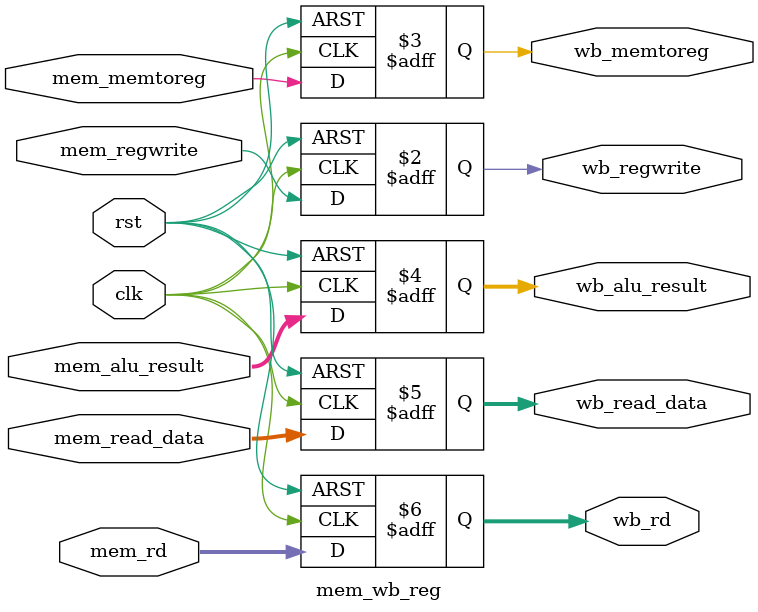
<source format=v>
module mem_wb_reg (
  input  wire clk,
  input  wire rst,

  input  wire mem_regwrite,
  input  wire mem_memtoreg,
  input  wire [31:0] mem_alu_result,
  input  wire [31:0] mem_read_data,
  input  wire [4:0]  mem_rd,

  output reg  wb_regwrite,
  output reg  wb_memtoreg,
  output reg  [31:0] wb_alu_result,
  output reg  [31:0] wb_read_data,
  output reg  [4:0]  wb_rd
);

always @(posedge clk or posedge rst) begin
  if (rst) begin
    wb_regwrite   <= 0;
    wb_memtoreg   <= 0;
    wb_alu_result <= 0;
    wb_read_data  <= 0;
    wb_rd         <= 0;
  end else begin
    wb_regwrite   <= mem_regwrite;
    wb_memtoreg   <= mem_memtoreg;
    wb_alu_result <= mem_alu_result;
    wb_read_data  <= mem_read_data;
    wb_rd         <= mem_rd;
  end
end

endmodule

</source>
